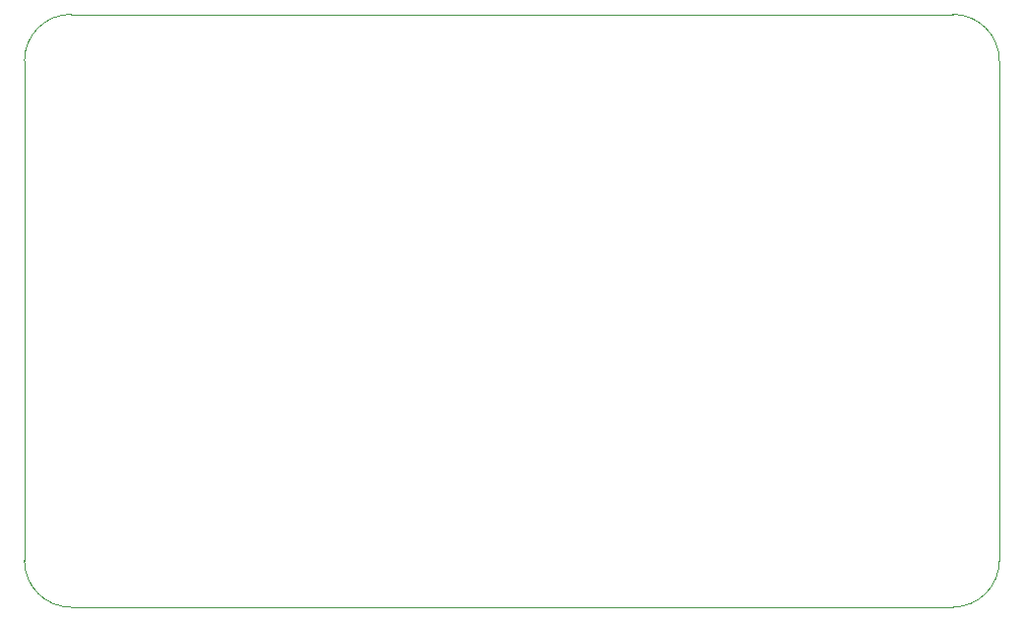
<source format=gko>
%FSLAX46Y46*%
%MOMM*%
%ADD10C,0.010000*%
G01*
G01*
%LPD*%
D10*
X-22500000Y53000000D02*
X-22500000Y96000000D01*
D10*
X-18500000Y100000000D02*
X57250000Y100000000D01*
D10*
X61250000Y96000000D02*
X61250000Y53000000D01*
D10*
X57250000Y49000000D02*
X-18500000Y49000000D01*
G75*
G02*
D10*
X-18500000Y49000000D02*
X-22500000Y53000000I0J4000000D01*
G02*
D10*
X-22500000Y96000000D02*
X-18500000Y100000000I4000000J0D01*
G02*
D10*
X57250000Y100000000D02*
X61250000Y96000000I0J-4000000D01*
G02*
D10*
X61250000Y53000000D02*
X57250000Y49000000I-4000000J0D01*
M02*

</source>
